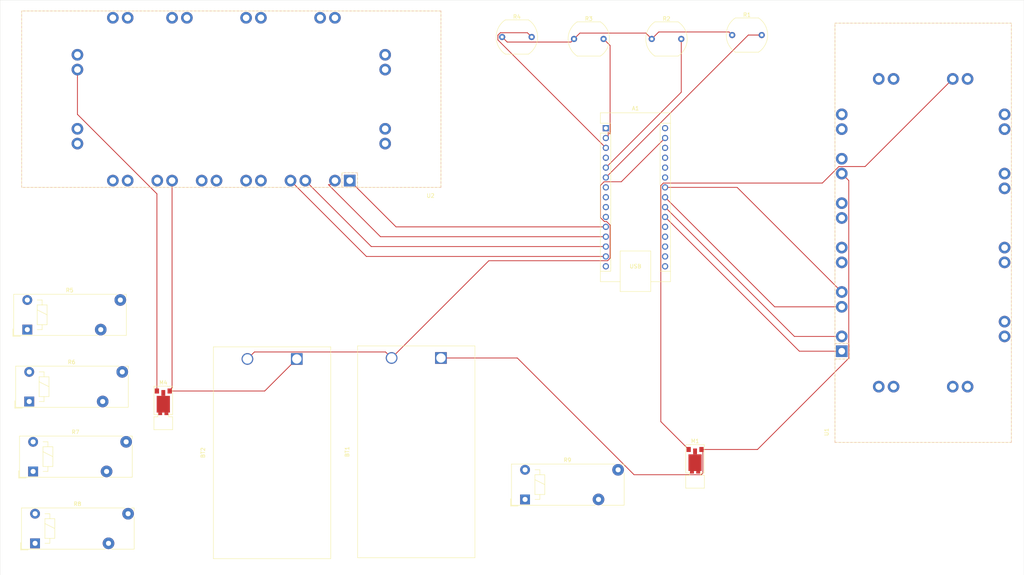
<source format=kicad_pcb>
(kicad_pcb (version 20240108) (generator "pcbnew") (generator_version "8.0")
  (layers (0 "F.Cu" signal) (31 "B.Cu" signal) (34 "B.Paste" user) (35 "F.Paste" user) (36 "B.SilkS" user "B.Silkscreen") (37 "F.SilkS" user "F.Silkscreen") (38 "B.Mask" user) (39 "F.Mask" user) (44 "Edge.Cuts" user))
  (net 0 "")
  (net 1 "Net-(A1-A3)")
  (net 2 "Net-(A1-A4)")
  (net 3 "Net-(A1-A2)")
  (net 5 "GND")
  (net 7 "Net-(A1-A5)")
  (net 11 "Net-(A1-D2)")
  (net 12 "Net-(A1-D11)")
  (net 15 "Net-(A1-D0{slash}RX)")
  (net 19 "Net-(A1-~{RESET}-Pad3)")
  (net 20 "Net-(A1-D3)")
  (net 27 "Net-(A1-D1{slash}TX)")
  (net 28 "Net-(A1-D10)")
  (net 29 "Net-(A1-D9)")
  (net 30 "Net-(A1-D8)")
  (net 31 "Net-(BT1-+)")
  (net 32 "Net-(BT2-+)")
  (net 33 "Net-(U1-O2)")
  (net 34 "Net-(U2-O2)")
  (net 35 "+5V")
  (net 37 "Net-(M1--)")
  (net 38 "Net-(U1-O3)")
  (net 40 "Net-(U1-O4)")
  (net 46 "Net-(M4--)")
  (net 49 "Net-(U2-O4)")
  (net 54 "Net-(U2-O3)")
  (footprint "Relay_THT:Relay_1-Form-A_Schrack-RYII_RM5mm" (layer "F.Cu") (at 151.6 143)
    (property "Reference" "R9" (at 10.9 -10.12 0) (layer "F.SilkS"))
    (property "Value" "R")
    (pad "11" thru_hole circle (at 18.9 0) (size 3 3) (drill 1.3) (layers "*.Cu" "*.Mask"))
    (pad "14" thru_hole circle (at 23.94 -7.62) (size 3 3) (drill 1.3) (layers "*.Cu" "*.Mask"))
    (pad "A1" thru_hole rect (at 0 0) (size 2.54 2.54) (drill 1.3) (layers "*.Cu" "*.Mask"))
    (pad "A2" thru_hole circle (at 0 -7.62) (size 2.54 2.54) (drill 1.3) (layers "*.Cu" "*.Mask"))
  )
  (footprint "Battery:BatteryHolder_Eagle_12BH611-GR" (layer "F.Cu") (at 129.95 106.6 90)
    (property "Reference" "BT1" (at -24.13 -24.13 90) (layer "F.SilkS"))
    (property "Value" "Battery")
    (pad "" np_thru_hole circle (at -38.9 -17.45 90) (size 2.6 2.6) (drill 2.6) (layers "*.Cu" "*.Mask"))
    (pad "" np_thru_hole circle (at -24.15 4.75 90) (size 2.6 2.6) (drill 2.6) (layers "*.Cu" "*.Mask"))
    (pad "" np_thru_hole circle (at -10.9 -17.45 90) (size 2.6 2.6) (drill 2.6) (layers "*.Cu" "*.Mask"))
    (pad "1" thru_hole rect (at 0 0 90) (size 3 3) (drill 2.4) (layers "*.Cu" "*.Mask") (net 31 "Net-(BT1-+)"))
    (pad "2" thru_hole circle (at 0 -12.7 90) (size 3 3) (drill 2.4) (layers "*.Cu" "*.Mask") (net 5 "GND"))
  )
  (footprint "OptoDevice:R_LDR_10x8.5mm_P7.6mm_Vertical" (layer "F.Cu") (at 204.9 23.5)
    (property "Reference" "R1" (at 3.8 -5.2 0) (layer "F.SilkS"))
    (property "Value" "LDR03")
    (pad "1" thru_hole circle (at 0 0) (size 1.6 1.6) (drill 0.8) (layers "*.Cu" "*.Mask") (net 35 "+5V"))
    (pad "2" thru_hole circle (at 7.6 0) (size 1.6 1.6) (drill 0.8) (layers "*.Cu" "*.Mask") (net 20 "Net-(A1-D3)"))
  )
  (footprint "Motors:Vybronics_VZ30C1T8219732L" (layer "F.Cu") (at 195.35 134.495)
    (property "Reference" "M1" (at 0 -6.5 0) (layer "F.SilkS"))
    (property "Value" "Stepper_Motor_unipolar_6pin")
    (pad "1" smd rect (at -1.65 -4.35 270) (size 1.3 1.1) (layers "F.Cu" "F.Paste" "F.Mask") (net 33 "Net-(U1-O2)"))
    (pad "2" smd rect (at 1.65 -4.35 270) (size 1.3 1.1) (layers "F.Cu" "F.Paste" "F.Mask") (net 31 "Net-(BT1-+)"))
    (pad "SH" smd rect (at -0.8 1.525) (size 1 0.65) (layers "F.Cu" "F.Paste" "F.Mask"))
    (pad "SH" smd rect (at 0 -3.85 270) (size 1.5 1) (layers "F.Cu" "F.Paste" "F.Mask"))
    (pad "SH" smd rect (at 0 -0.95 270) (size 4.3 3.4) (layers "F.Cu" "F.Mask"))
    (pad "SH" smd rect (at 0.8 1.525) (size 1 0.65) (layers "F.Cu" "F.Paste" "F.Mask"))
  )
  (footprint "OptoDevice:R_LDR_10x8.5mm_P7.6mm_Vertical" (layer "F.Cu") (at 164.2 24.5)
    (property "Reference" "R3" (at 3.8 -5.2 0) (layer "F.SilkS"))
    (property "Value" "LDR03")
    (pad "1" thru_hole circle (at 0 0) (size 1.6 1.6) (drill 0.8) (layers "*.Cu" "*.Mask") (net 35 "+5V"))
    (pad "2" thru_hole circle (at 7.6 0) (size 1.6 1.6) (drill 0.8) (layers "*.Cu" "*.Mask") (net 15 "Net-(A1-D0{slash}RX)"))
  )
  (footprint "Relay_THT:Relay_1-Form-A_Schrack-RYII_RM5mm" (layer "F.Cu") (at 23.5 99.3)
    (property "Reference" "R5" (at 10.9 -10.12 0) (layer "F.SilkS"))
    (property "Value" "R")
    (pad "11" thru_hole circle (at 18.9 0) (size 3 3) (drill 1.3) (layers "*.Cu" "*.Mask"))
    (pad "14" thru_hole circle (at 23.94 -7.62) (size 3 3) (drill 1.3) (layers "*.Cu" "*.Mask"))
    (pad "A1" thru_hole rect (at 0 0) (size 2.54 2.54) (drill 1.3) (layers "*.Cu" "*.Mask"))
    (pad "A2" thru_hole circle (at 0 -7.62) (size 2.54 2.54) (drill 1.3) (layers "*.Cu" "*.Mask"))
  )
  (footprint "Relay_THT:Relay_1-Form-A_Schrack-RYII_RM5mm" (layer "F.Cu") (at 25 135.8)
    (property "Reference" "R7" (at 10.9 -10.12 0) (layer "F.SilkS"))
    (property "Value" "R")
    (pad "11" thru_hole circle (at 18.9 0) (size 3 3) (drill 1.3) (layers "*.Cu" "*.Mask"))
    (pad "14" thru_hole circle (at 23.94 -7.62) (size 3 3) (drill 1.3) (layers "*.Cu" "*.Mask"))
    (pad "A1" thru_hole rect (at 0 0) (size 2.54 2.54) (drill 1.3) (layers "*.Cu" "*.Mask"))
    (pad "A2" thru_hole circle (at 0 -7.62) (size 2.54 2.54) (drill 1.3) (layers "*.Cu" "*.Mask"))
  )
  (footprint "Relay_THT:Relay_1-Form-A_Schrack-RYII_RM5mm" (layer "F.Cu") (at 25.5 154.3)
    (property "Reference" "R8" (at 10.9 -10.12 0) (layer "F.SilkS"))
    (property "Value" "R")
    (pad "11" thru_hole circle (at 18.9 0) (size 3 3) (drill 1.3) (layers "*.Cu" "*.Mask"))
    (pad "14" thru_hole circle (at 23.94 -7.62) (size 3 3) (drill 1.3) (layers "*.Cu" "*.Mask"))
    (pad "A1" thru_hole rect (at 0 0) (size 2.54 2.54) (drill 1.3) (layers "*.Cu" "*.Mask"))
    (pad "A2" thru_hole circle (at 0 -7.62) (size 2.54 2.54) (drill 1.3) (layers "*.Cu" "*.Mask"))
  )
  (footprint "Relay_THT:Relay_1-Form-A_Schrack-RYII_RM5mm" (layer "F.Cu") (at 24 117.8)
    (property "Reference" "R6" (at 10.9 -10.12 0) (layer "F.SilkS"))
    (property "Value" "R")
    (pad "11" thru_hole circle (at 18.9 0) (size 3 3) (drill 1.3) (layers "*.Cu" "*.Mask"))
    (pad "14" thru_hole circle (at 23.94 -7.62) (size 3 3) (drill 1.3) (layers "*.Cu" "*.Mask"))
    (pad "A1" thru_hole rect (at 0 0) (size 2.54 2.54) (drill 1.3) (layers "*.Cu" "*.Mask"))
    (pad "A2" thru_hole circle (at 0 -7.62) (size 2.54 2.54) (drill 1.3) (layers "*.Cu" "*.Mask"))
  )
  (footprint "Transistor_Power_Module:Infineon_AG-ECONO2" (layer "F.Cu") (at 106.48 60.95 180)
    (property "Reference" "U2" (at -20.8 -3.9 360) (layer "F.SilkS"))
    (property "Value" "ULN2003A")
    (pad "" np_thru_hole circle (at -16.02 4.95 180) (size 2.6 2.6) (drill 2.6) (layers "F&B.Cu" "*.Mask"))
    (pad "" np_thru_hole circle (at -16.02 36.95 180) (size 2.6 2.6) (drill 2.6) (layers "F&B.Cu" "*.Mask"))
    (pad "" np_thru_hole circle (at 76.98 4.95 180) (size 2.6 2.6) (drill 2.6) (layers "F&B.Cu" "*.Mask"))
    (pad "" np_thru_hole circle (at 76.98 36.95 180) (size 2.6 2.6) (drill 2.6) (layers "F&B.Cu" "*.Mask"))
    (pad "1" thru_hole rect (at 0 0 180) (size 3 3) (drill 1.7) (layers "*.Cu" "*.Mask") (net 30 "Net-(A1-D8)"))
    (pad "2" thru_hole circle (at 3.81 0 180) (size 3 3) (drill 1.7) (layers "*.Cu" "*.Mask") (net 29 "Net-(A1-D9)"))
    (pad "3" thru_hole circle (at 11.43 0 180) (size 3 3) (drill 1.7) (layers "*.Cu" "*.Mask") (net 28 "Net-(A1-D10)"))
    (pad "4" thru_hole circle (at 15.24 0 180) (size 3 3) (drill 1.7) (layers "*.Cu" "*.Mask") (net 12 "Net-(A1-D11)"))
    (pad "5" thru_hole circle (at 22.86 0 180) (size 3 3) (drill 1.7) (layers "*.Cu" "*.Mask"))
    (pad "6" thru_hole circle (at 26.67 0 180) (size 3 3) (drill 1.7) (layers "*.Cu" "*.Mask"))
    (pad "7" thru_hole circle (at 34.29 0 180) (size 3 3) (drill 1.7) (layers "*.Cu" "*.Mask"))
    (pad "8" thru_hole circle (at 38.1 0 180) (size 3 3) (drill 1.7) (layers "*.Cu" "*.Mask"))
    (pad "9" thru_hole circle (at 45.72 0 180) (size 3 3) (drill 1.7) (layers "*.Cu" "*.Mask") (net 32 "Net-(BT2-+)"))
    (pad "10" thru_hole circle (at 49.53 0 180) (size 3 3) (drill 1.7) (layers "*.Cu" "*.Mask"))
    (pad "11" thru_hole circle (at 57.15 0 180) (size 3 3) (drill 1.7) (layers "*.Cu" "*.Mask"))
    (pad "12" thru_hole circle (at 60.96 0 180) (size 3 3) (drill 1.7) (layers "*.Cu" "*.Mask"))
    (pad "13" thru_hole circle (at 70.08 9.52 180) (size 3 3) (drill 1.7) (layers "*.Cu" "*.Mask") (net 49 "Net-(U2-O4)"))
    (pad "14" thru_hole circle (at 70.08 13.33 180) (size 3 3) (drill 1.7) (layers "*.Cu" "*.Mask") (net 54 "Net-(U2-O3)"))
    (pad "15" thru_hole circle (at 70.08 28.57 180) (size 3 3) (drill 1.7) (layers "*.Cu" "*.Mask") (net 34 "Net-(U2-O2)"))
    (pad "16" thru_hole circle (at 70.08 32.38 180) (size 3 3) (drill 1.7) (layers "*.Cu" "*.Mask") (net 46 "Net-(M4--)"))
    (pad "17" thru_hole circle (at 60.96 41.9 180) (size 3 3) (drill 1.7) (layers "*.Cu" "*.Mask"))
    (pad "18" thru_hole circle (at 57.15 41.9 180) (size 3 3) (drill 1.7) (layers "*.Cu" "*.Mask"))
    (pad "19" thru_hole circle (at 45.72 41.9 180) (size 3 3) (drill 1.7) (layers "*.Cu" "*.Mask"))
    (pad "20" thru_hole circle (at 41.91 41.9 180) (size 3 3) (drill 1.7) (layers "*.Cu" "*.Mask"))
    (pad "21" thru_hole circle (at 26.67 41.9 180) (size 3 3) (drill 1.7) (layers "*.Cu" "*.Mask"))
    (pad "22" thru_hole circle (at 22.86 41.9 180) (size 3 3) (drill 1.7) (layers "*.Cu" "*.Mask"))
    (pad "23" thru_hole circle (at 7.62 41.9 180) (size 3 3) (drill 1.7) (layers "*.Cu" "*.Mask"))
    (pad "24" thru_hole circle (at 3.81 41.9 180) (size 3 3) (drill 1.7) (layers "*.Cu" "*.Mask"))
    (pad "25" thru_hole circle (at -9.12 32.38 180) (size 3 3) (drill 1.7) (layers "*.Cu" "*.Mask"))
    (pad "26" thru_hole circle (at -9.12 28.57 180) (size 3 3) (drill 1.7) (layers "*.Cu" "*.Mask"))
    (pad "27" thru_hole circle (at -9.12 13.33 180) (size 3 3) (drill 1.7) (layers "*.Cu" "*.Mask"))
    (pad "28" thru_hole circle (at -9.12 9.52 180) (size 3 3) (drill 1.7) (layers "*.Cu" "*.Mask"))
  )
  (footprint "OptoDevice:R_LDR_10x8.5mm_P7.6mm_Vertical" (layer "F.Cu") (at 184.2 24.5)
    (property "Reference" "R2" (at 3.8 -5.2 0) (layer "F.SilkS"))
    (property "Value" "LDR03")
    (pad "1" thru_hole circle (at 0 0) (size 1.6 1.6) (drill 0.8) (layers "*.Cu" "*.Mask") (net 35 "+5V"))
    (pad "2" thru_hole circle (at 7.6 0) (size 1.6 1.6) (drill 0.8) (layers "*.Cu" "*.Mask") (net 11 "Net-(A1-D2)"))
  )
  (footprint "Battery:BatteryHolder_Eagle_12BH611-GR" (layer "F.Cu") (at 92.85 106.85 90)
    (property "Reference" "BT2" (at -24.13 -24.13 90) (layer "F.SilkS"))
    (property "Value" "Battery")
    (pad "" np_thru_hole circle (at -38.9 -17.45 90) (size 2.6 2.6) (drill 2.6) (layers "*.Cu" "*.Mask"))
    (pad "" np_thru_hole circle (at -24.15 4.75 90) (size 2.6 2.6) (drill 2.6) (layers "*.Cu" "*.Mask"))
    (pad "" np_thru_hole circle (at -10.9 -17.45 90) (size 2.6 2.6) (drill 2.6) (layers "*.Cu" "*.Mask"))
    (pad "1" thru_hole rect (at 0 0 90) (size 3 3) (drill 2.4) (layers "*.Cu" "*.Mask") (net 32 "Net-(BT2-+)"))
    (pad "2" thru_hole circle (at 0 -12.7 90) (size 3 3) (drill 2.4) (layers "*.Cu" "*.Mask") (net 5 "GND"))
  )
  (footprint "Transistor_Power_Module:Infineon_AG-ECONO2" (layer "F.Cu") (at 233.1 104.86 90)
    (property "Reference" "U1" (at -20.8 -3.9 90) (layer "F.SilkS"))
    (property "Value" "ULN2003A")
    (pad "" np_thru_hole circle (at -16.02 4.95 90) (size 2.6 2.6) (drill 2.6) (layers "F&B.Cu" "*.Mask"))
    (pad "" np_thru_hole circle (at -16.02 36.95 90) (size 2.6 2.6) (drill 2.6) (layers "F&B.Cu" "*.Mask"))
    (pad "" np_thru_hole circle (at 76.98 4.95 90) (size 2.6 2.6) (drill 2.6) (layers "F&B.Cu" "*.Mask"))
    (pad "" np_thru_hole circle (at 76.98 36.95 90) (size 2.6 2.6) (drill 2.6) (layers "F&B.Cu" "*.Mask"))
    (pad "1" thru_hole rect (at 0 0 90) (size 3 3) (drill 1.7) (layers "*.Cu" "*.Mask") (net 3 "Net-(A1-A2)"))
    (pad "2" thru_hole circle (at 3.81 0 90) (size 3 3) (drill 1.7) (layers "*.Cu" "*.Mask") (net 1 "Net-(A1-A3)"))
    (pad "3" thru_hole circle (at 11.43 0 90) (size 3 3) (drill 1.7) (layers "*.Cu" "*.Mask") (net 2 "Net-(A1-A4)"))
    (pad "4" thru_hole circle (at 15.24 0 90) (size 3 3) (drill 1.7) (layers "*.Cu" "*.Mask") (net 7 "Net-(A1-A5)"))
    (pad "5" thru_hole circle (at 22.86 0 90) (size 3 3) (drill 1.7) (layers "*.Cu" "*.Mask"))
    (pad "6" thru_hole circle (at 26.67 0 90) (size 3 3) (drill 1.7) (layers "*.Cu" "*.Mask"))
    (pad "7" thru_hole circle (at 34.29 0 90) (size 3 3) (drill 1.7) (layers "*.Cu" "*.Mask"))
    (pad "8" thru_hole circle (at 38.1 0 90) (size 3 3) (drill 1.7) (layers "*.Cu" "*.Mask"))
    (pad "9" thru_hole circle (at 45.72 0 90) (size 3 3) (drill 1.7) (layers "*.Cu" "*.Mask") (net 31 "Net-(BT1-+)"))
    (pad "10" thru_hole circle (at 49.53 0 90) (size 3 3) (drill 1.7) (layers "*.Cu" "*.Mask"))
    (pad "11" thru_hole circle (at 57.15 0 90) (size 3 3) (drill 1.7) (layers "*.Cu" "*.Mask"))
    (pad "12" thru_hole circle (at 60.96 0 90) (size 3 3) (drill 1.7) (layers "*.Cu" "*.Mask"))
    (pad "13" thru_hole circle (at 70.08 9.52 90) (size 3 3) (drill 1.7) (layers "*.Cu" "*.Mask") (net 40 "Net-(U1-O4)"))
    (pad "14" thru_hole circle (at 70.08 13.33 90) (size 3 3) (drill 1.7) (layers "*.Cu" "*.Mask") (net 38 "Net-(U1-O3)"))
    (pad "15" thru_hole circle (at 70.08 28.57 90) (size 3 3) (drill 1.7) (layers "*.Cu" "*.Mask") (net 33 "Net-(U1-O2)"))
    (pad "16" thru_hole circle (at 70.08 32.38 90) (size 3 3) (drill 1.7) (layers "*.Cu" "*.Mask") (net 37 "Net-(M1--)"))
    (pad "17" thru_hole circle (at 60.96 41.9 90) (size 3 3) (drill 1.7) (layers "*.Cu" "*.Mask"))
    (pad "18" thru_hole circle (at 57.15 41.9 90) (size 3 3) (drill 1.7) (layers "*.Cu" "*.Mask"))
    (pad "19" thru_hole circle (at 45.72 41.9 90) (size 3 3) (drill 1.7) (layers "*.Cu" "*.Mask"))
    (pad "20" thru_hole circle (at 41.91 41.9 90) (size 3 3) (drill 1.7) (layers "*.Cu" "*.Mask"))
    (pad "21" thru_hole circle (at 26.67 41.9 90) (size 3 3) (drill 1.7) (layers "*.Cu" "*.Mask"))
    (pad "22" thru_hole circle (at 22.86 41.9 90) (size 3 3) (drill 1.7) (layers "*.Cu" "*.Mask"))
    (pad "23" thru_hole circle (at 7.62 41.9 90) (size 3 3) (drill 1.7) (layers "*.Cu" "*.Mask"))
    (pad "24" thru_hole circle (at 3.81 41.9 90) (size 3 3) (drill 1.7) (layers "*.Cu" "*.Mask"))
    (pad "25" thru_hole circle (at -9.12 32.38 90) (size 3 3) (drill 1.7) (layers "*.Cu" "*.Mask"))
    (pad "26" thru_hole circle (at -9.12 28.57 90) (size 3 3) (drill 1.7) (layers "*.Cu" "*.Mask"))
    (pad "27" thru_hole circle (at -9.12 13.33 90) (size 3 3) (drill 1.7) (layers "*.Cu" "*.Mask"))
    (pad "28" thru_hole circle (at -9.12 9.52 90) (size 3 3) (drill 1.7) (layers "*.Cu" "*.Mask"))
  )
  (footprint "Module:Arduino_Nano" (layer "F.Cu") (at 172.39 47.45)
    (property "Reference" "A1" (at 7.62 -5.08 360) (layer "F.SilkS"))
    (property "Value" "Arduino_Nano_v2.x")
    (fp_text user "USB" (at 7.62 35.56 0) (layer "F.SilkS"))
    (pad "1" thru_hole rect (at 0 0) (size 1.6 1.6) (drill 1) (layers "*.Cu" "*.Mask") (net 27 "Net-(A1-D1{slash}TX)"))
    (pad "2" thru_hole oval (at 0 2.54) (size 1.6 1.6) (drill 1) (layers "*.Cu" "*.Mask") (net 15 "Net-(A1-D0{slash}RX)"))
    (pad "3" thru_hole oval (at 0 5.08) (size 1.6 1.6) (drill 1) (layers "*.Cu" "*.Mask") (net 19 "Net-(A1-~{RESET}-Pad3)"))
    (pad "4" thru_hole oval (at 0 7.62) (size 1.6 1.6) (drill 1) (layers "*.Cu" "*.Mask"))
    (pad "5" thru_hole oval (at 0 10.16) (size 1.6 1.6) (drill 1) (layers "*.Cu" "*.Mask") (net 11 "Net-(A1-D2)"))
    (pad "6" thru_hole oval (at 0 12.7) (size 1.6 1.6) (drill 1) (layers "*.Cu" "*.Mask") (net 20 "Net-(A1-D3)"))
    (pad "7" thru_hole oval (at 0 15.24) (size 1.6 1.6) (drill 1) (layers "*.Cu" "*.Mask"))
    (pad "8" thru_hole oval (at 0 17.78) (size 1.6 1.6) (drill 1) (layers "*.Cu" "*.Mask"))
    (pad "9" thru_hole oval (at 0 20.32) (size 1.6 1.6) (drill 1) (layers "*.Cu" "*.Mask"))
    (pad "10" thru_hole oval (at 0 22.86) (size 1.6 1.6) (drill 1) (layers "*.Cu" "*.Mask"))
    (pad "11" thru_hole oval (at 0 25.4) (size 1.6 1.6) (drill 1) (layers "*.Cu" "*.Mask") (net 30 "Net-(A1-D8)"))
    (pad "12" thru_hole oval (at 0 27.94) (size 1.6 1.6) (drill 1) (layers "*.Cu" "*.Mask") (net 29 "Net-(A1-D9)"))
    (pad "13" thru_hole oval (at 0 30.48) (size 1.6 1.6) (drill 1) (layers "*.Cu" "*.Mask") (net 28 "Net-(A1-D10)"))
    (pad "14" thru_hole oval (at 0 33.02) (size 1.6 1.6) (drill 1) (layers "*.Cu" "*.Mask") (net 12 "Net-(A1-D11)"))
    (pad "15" thru_hole oval (at 0 35.56) (size 1.6 1.6) (drill 1) (layers "*.Cu" "*.Mask"))
    (pad "16" thru_hole oval (at 15.24 35.56) (size 1.6 1.6) (drill 1) (layers "*.Cu" "*.Mask"))
    (pad "17" thru_hole oval (at 15.24 33.02) (size 1.6 1.6) (drill 1) (layers "*.Cu" "*.Mask"))
    (pad "18" thru_hole oval (at 15.24 30.48) (size 1.6 1.6) (drill 1) (layers "*.Cu" "*.Mask"))
    (pad "19" thru_hole oval (at 15.24 27.94) (size 1.6 1.6) (drill 1) (layers "*.Cu" "*.Mask"))
    (pad "20" thru_hole oval (at 15.24 25.4) (size 1.6 1.6) (drill 1) (layers "*.Cu" "*.Mask"))
    (pad "21" thru_hole oval (at 15.24 22.86) (size 1.6 1.6) (drill 1) (layers "*.Cu" "*.Mask") (net 3 "Net-(A1-A2)"))
    (pad "22" thru_hole oval (at 15.24 20.32) (size 1.6 1.6) (drill 1) (layers "*.Cu" "*.Mask") (net 1 "Net-(A1-A3)"))
    (pad "23" thru_hole oval (at 15.24 17.78) (size 1.6 1.6) (drill 1) (layers "*.Cu" "*.Mask") (net 2 "Net-(A1-A4)"))
    (pad "24" thru_hole oval (at 15.24 15.24) (size 1.6 1.6) (drill 1) (layers "*.Cu" "*.Mask") (net 7 "Net-(A1-A5)"))
    (pad "25" thru_hole oval (at 15.24 12.7) (size 1.6 1.6) (drill 1) (layers "*.Cu" "*.Mask"))
    (pad "26" thru_hole oval (at 15.24 10.16) (size 1.6 1.6) (drill 1) (layers "*.Cu" "*.Mask"))
    (pad "27" thru_hole oval (at 15.24 7.62) (size 1.6 1.6) (drill 1) (layers "*.Cu" "*.Mask"))
    (pad "28" thru_hole oval (at 15.24 5.08) (size 1.6 1.6) (drill 1) (layers "*.Cu" "*.Mask"))
    (pad "29" thru_hole oval (at 15.24 2.54) (size 1.6 1.6) (drill 1) (layers "*.Cu" "*.Mask") (net 5 "GND"))
    (pad "30" thru_hole oval (at 15.24 0) (size 1.6 1.6) (drill 1) (layers "*.Cu" "*.Mask"))
  )
  (footprint "Motors:Vybronics_VZ30C1T8219732L" (layer "F.Cu") (at 58.5 119.45)
    (property "Reference" "M4" (at 0 -6.5 0) (layer "F.SilkS"))
    (property "Value" "Stepper_Motor_unipolar_6pin")
    (pad "1" smd rect (at -1.65 -4.35 270) (size 1.3 1.1) (layers "F.Cu" "F.Paste" "F.Mask") (net 34 "Net-(U2-O2)"))
    (pad "2" smd rect (at 1.65 -4.35 270) (size 1.3 1.1) (layers "F.Cu" "F.Paste" "F.Mask") (net 32 "Net-(BT2-+)"))
    (pad "SH" smd rect (at -0.8 1.525) (size 1 0.65) (layers "F.Cu" "F.Paste" "F.Mask"))
    (pad "SH" smd rect (at 0 -3.85 270) (size 1.5 1) (layers "F.Cu" "F.Paste" "F.Mask"))
    (pad "SH" smd rect (at 0 -0.95 270) (size 4.3 3.4) (layers "F.Cu" "F.Mask"))
    (pad "SH" smd rect (at 0.8 1.525) (size 1 0.65) (layers "F.Cu" "F.Paste" "F.Mask"))
  )
  (footprint "OptoDevice:R_LDR_10x8.5mm_P7.6mm_Vertical" (layer "F.Cu") (at 145.7 24)
    (property "Reference" "R4" (at 3.8 -5.2 0) (layer "F.SilkS"))
    (property "Value" "LDR03")
    (pad "1" thru_hole circle (at 0 0) (size 1.6 1.6) (drill 0.8) (layers "*.Cu" "*.Mask") (net 35 "+5V"))
    (pad "2" thru_hole circle (at 7.6 0) (size 1.6 1.6) (drill 0.8) (layers "*.Cu" "*.Mask") (net 19 "Net-(A1-~{RESET}-Pad3)"))
  )
  (gr_rect (start 16.5 14.5) (end 280 162.5) (stroke (width 0.05)) (fill none) (layer "Edge.Cuts"))
  (segment (start 233.1 101.05) (end 220.91 101.05) (width 0.2) (layer "F.Cu") (net 1))
  (segment (start 220.91 101.05) (end 187.63 67.77) (width 0.2) (layer "F.Cu") (net 1))
  (segment (start 233.1 93.43) (end 215.83 93.43) (width 0.2) (layer "F.Cu") (net 2))
  (segment (start 215.83 93.43) (end 187.63 65.23) (width 0.2) (layer "F.Cu") (net 2))
  (segment (start 233.1 104.86) (end 222.18 104.86) (width 0.2) (layer "F.Cu") (net 3))
  (segment (start 222.18 104.86) (end 187.63 70.31) (width 0.2) (layer "F.Cu") (net 3))
  (segment (start 173.49 80.925635) (end 173.49 72.394365) (width 0.2) (layer "F.Cu") (net 5))
  (segment (start 115.7 105.05) (end 81.95 105.05) (width 0.2) (layer "F.Cu") (net 5))
  (segment (start 142.28 81.57) (end 172.845635 81.57) (width 0.2) (layer "F.Cu") (net 5))
  (segment (start 81.95 105.05) (end 80.15 106.85) (width 0.2) (layer "F.Cu") (net 5))
  (segment (start 117.25 106.6) (end 115.7 105.05) (width 0.2) (layer "F.Cu") (net 5))
  (segment (start 117.25 106.6) (end 142.28 81.57) (width 0.2) (layer "F.Cu") (net 5))
  (segment (start 171 62.184365) (end 171.934365 61.25) (width 0.2) (layer "F.Cu") (net 5))
  (segment (start 171 70.475635) (end 171 62.184365) (width 0.2) (layer "F.Cu") (net 5))
  (segment (start 172.024365 71.5) (end 171 70.475635) (width 0.2) (layer "F.Cu") (net 5))
  (segment (start 172.595635 71.5) (end 172.024365 71.5) (width 0.2) (layer "F.Cu") (net 5))
  (segment (start 176.37 61.25) (end 187.63 49.99) (width 0.2) (layer "F.Cu") (net 5))
  (segment (start 171.934365 61.25) (end 176.37 61.25) (width 0.2) (layer "F.Cu") (net 5))
  (segment (start 173.49 72.394365) (end 172.595635 71.5) (width 0.2) (layer "F.Cu") (net 5))
  (segment (start 172.845635 81.57) (end 173.49 80.925635) (width 0.2) (layer "F.Cu") (net 5))
  (segment (start 206.17 62.69) (end 187.63 62.69) (width 0.2) (layer "F.Cu") (net 7))
  (segment (start 233.1 89.62) (end 206.17 62.69) (width 0.2) (layer "F.Cu") (net 7))
  (segment (start 191.8 38.2) (end 172.39 57.61) (width 0.2) (layer "F.Cu") (net 11))
  (segment (start 191.8 24.5) (end 191.8 38.2) (width 0.2) (layer "F.Cu") (net 11))
  (segment (start 172.39 80.47) (end 110.76 80.47) (width 0.2) (layer "F.Cu") (net 12))
  (segment (start 110.76 80.47) (end 91.24 60.95) (width 0.2) (layer "F.Cu") (net 12))
  (segment (start 173 49.38) (end 172.39 49.99) (width 0.2) (layer "F.Cu") (net 15))
  (segment (start 173.49 26.19) (end 173.49 48.89) (width 0.2) (layer "F.Cu") (net 15))
  (segment (start 173.49 48.89) (end 173.34 48.89) (width 0.2) (layer "F.Cu") (net 15))
  (segment (start 173 48.55) (end 173 49.38) (width 0.2) (layer "F.Cu") (net 15))
  (segment (start 171.8 24.5) (end 173.49 26.19) (width 0.2) (layer "F.Cu") (net 15))
  (segment (start 173.34 48.89) (end 173 48.55) (width 0.2) (layer "F.Cu") (net 15))
  (segment (start 144.6 24.74) (end 172.39 52.53) (width 0.2) (layer "F.Cu") (net 19))
  (segment (start 145.244365 22.9) (end 144.6 23.544365) (width 0.2) (layer "F.Cu") (net 19))
  (segment (start 152.2 22.9) (end 145.244365 22.9) (width 0.2) (layer "F.Cu") (net 19))
  (segment (start 144.6 23.544365) (end 144.6 24.74) (width 0.2) (layer "F.Cu") (net 19))
  (segment (start 153.3 24) (end 152.2 22.9) (width 0.2) (layer "F.Cu") (net 19))
  (segment (start 209.04 23.5) (end 172.39 60.15) (width 0.2) (layer "F.Cu") (net 20))
  (segment (start 212.5 23.5) (end 209.04 23.5) (width 0.2) (layer "F.Cu") (net 20))
  (segment (start 172.39 77.93) (end 112.03 77.93) (width 0.2) (layer "F.Cu") (net 28))
  (segment (start 112.03 77.93) (end 95.05 60.95) (width 0.2) (layer "F.Cu") (net 28))
  (segment (start 172.39 75.39) (end 114.39 75.39) (width 0.2) (layer "F.Cu") (net 29))
  (segment (start 101.62 62) (end 102.67 60.95) (width 0.2) (layer "F.Cu") (net 29))
  (segment (start 114.39 75.39) (end 101 62) (width 0.2) (layer "F.Cu") (net 29))
  (segment (start 101 62) (end 101.62 62) (width 0.2) (layer "F.Cu") (net 29))
  (segment (start 172.39 72.85) (end 118.38 72.85) (width 0.2) (layer "F.Cu") (net 30))
  (segment (start 118.38 72.85) (end 106.48 60.95) (width 0.2) (layer "F.Cu") (net 30))
  (segment (start 197 130.145) (end 197.35 130.495) (width 0.2) (layer "F.Cu") (net 31))
  (segment (start 211.415 130.145) (end 234.9 106.66) (width 0.2) (layer "F.Cu") (net 31))
  (segment (start 197 130.145) (end 211.415 130.145) (width 0.2) (layer "F.Cu") (net 31))
  (segment (start 234.9 106.66) (end 234.9 60.94) (width 0.2) (layer "F.Cu") (net 31))
  (segment (start 179.645 136.645) (end 149.6 106.6) (width 0.2) (layer "F.Cu") (net 31))
  (segment (start 149.6 106.6) (end 129.95 106.6) (width 0.2) (layer "F.Cu") (net 31))
  (segment (start 234.9 60.94) (end 233.1 59.14) (width 0.2) (layer "F.Cu") (net 31))
  (segment (start 197.35 136.245) (end 196.95 136.645) (width 0.2) (layer "F.Cu") (net 31))
  (segment (start 196.95 136.645) (end 179.645 136.645) (width 0.2) (layer "F.Cu") (net 31))
  (segment (start 197.35 130.495) (end 197.35 136.245) (width 0.2) (layer "F.Cu") (net 31))
  (segment (start 60.15 114.85) (end 60.76 114.24) (width 0.2) (layer "F.Cu") (net 32))
  (segment (start 92.85 106.85) (end 84.6 115.1) (width 0.2) (layer "F.Cu") (net 32))
  (segment (start 60.76 114.24) (end 60.76 60.95) (width 0.2) (layer "F.Cu") (net 32))
  (segment (start 60.15 115.1) (end 60.15 114.85) (width 0.2) (layer "F.Cu") (net 32))
  (segment (start 84.6 115.1) (end 60.15 115.1) (width 0.2) (layer "F.Cu") (net 32))
  (segment (start 187.174365 61.59) (end 228.104415 61.59) (width 0.2) (layer "F.Cu") (net 33))
  (segment (start 193.7 130.145) (end 186.53 122.975) (width 0.2) (layer "F.Cu") (net 33))
  (segment (start 186.53 62.234365) (end 187.174365 61.59) (width 0.2) (layer "F.Cu") (net 33))
  (segment (start 239.11 57.34) (end 261.67 34.78) (width 0.2) (layer "F.Cu") (net 33))
  (segment (start 228.104415 61.59) (end 232.354415 57.34) (width 0.2) (layer "F.Cu") (net 33))
  (segment (start 232.354415 57.34) (end 239.11 57.34) (width 0.2) (layer "F.Cu") (net 33))
  (segment (start 186.53 122.975) (end 186.53 62.234365) (width 0.2) (layer "F.Cu") (net 33))
  (segment (start 56.85 64.35) (end 36.4 43.9) (width 0.2) (layer "F.Cu") (net 34))
  (segment (start 36.4 43.9) (end 36.4 32.38) (width 0.2) (layer "F.Cu") (net 34))
  (segment (start 56.85 115.1) (end 56.85 64.35) (width 0.2) (layer "F.Cu") (net 34))
  (segment (start 185.999999 22.700001) (end 184.2 24.5) (width 0.2) (layer "F.Cu") (net 35))
  (segment (start 204.9 23.5) (end 204.100001 22.700001) (width 0.2) (layer "F.Cu") (net 35))
  (segment (start 184.2 24.5) (end 182.7 23) (width 0.2) (layer "F.Cu") (net 35))
  (segment (start 182.7 23) (end 165.7 23) (width 0.2) (layer "F.Cu") (net 35))
  (segment (start 204.100001 22.700001) (end 185.999999 22.700001) (width 0.2) (layer "F.Cu") (net 35))
  (segment (start 164.2 24.5) (end 163.400001 25.299999) (width 0.2) (layer "F.Cu") (net 35))
  (segment (start 165.7 23) (end 164.2 24.5) (width 0.2) (layer "F.Cu") (net 35))
  (segment (start 163.400001 25.299999) (end 146.999999 25.299999) (width 0.2) (layer "F.Cu") (net 35))
  (segment (start 146.999999 25.299999) (end 145.7 24) (width 0.2) (layer "F.Cu") (net 35))
)
</source>
